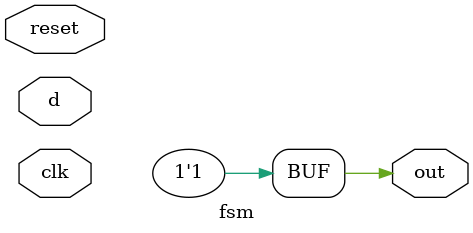
<source format=v>
module fsm(d,out,clk,reset);
input d,clk,reset;
output  out;
parameter s0=3'b000,
	 s1=3'b001,
	 s2=3'b010,
	 s3=3'b011,
	s4=3'b100,
	s5=3'b101;
	
reg[2:0]p_s,n_s;

always@(posedge clk)begin

if(reset)
p_s<=s0;
else

p_s<=n_s;

end

always@(*)begin

case(p_s)

s0:if(d)
	n_s=s1;
	else
	n_s=s0;
s1: if(d)
	n_s=s3;
	else
	n_s=s2;
s2:if(d)
	n_s=s4;
	else
	n_s=s0;
	
s3:if(d)
	n_s=s3;
	else
	n_s=s2;
	
s4:if(d)
	n_s=s5;
	else
	n_s=s2;
	
s5:if(d)
	n_s=s3;
	else
	n_s=s2;
default:n_s=s0;
	
endcase
end

assign out=s5?1'b1:1'b0;
//assign out=s3?1'b1:1'b0;

endmodule



</source>
